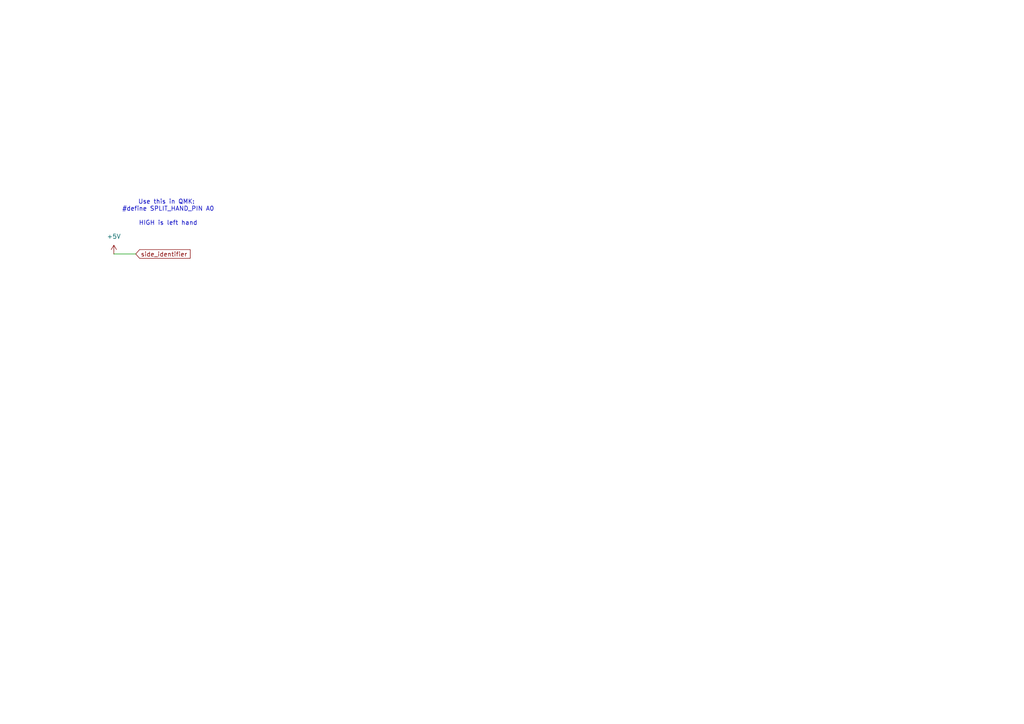
<source format=kicad_sch>
(kicad_sch (version 20250114) (generator "eeschema") (generator_version "9.0")
  (paper "A4")
  (lib_symbols
    (symbol "power:+5V" (power) (pin_numbers (hide yes)) (pin_names (offset 0) (hide yes))
      (property "Value" "+5V" (at 0 3.556 0))
      (symbol "+5V_0_1"
        (polyline (pts (xy -0.762 1.27) (xy 0 2.54)))
        (polyline (pts (xy 0 2.54) (xy 0.762 1.27)))
        (polyline (pts (xy 0 0) (xy 0 2.54)))
      )
      (symbol "+5V_1_1"
        (pin power_in line (at 0 0 90) (length 0) (name "~") (number "1"))
      )
    )
  )
  (text "Use this in QMK: \n#define SPLIT_HAND_PIN A0\n\nHIGH is left hand" (at 48.768 61.722 0) (effects (font (size 1.27 1.27))))
  (wire (pts (xy 33.02 73.66) (xy 39.37 73.66)))
  (global_label "side_identifier" (shape input) (at 39.37 73.66 0) (property "Intersheetrefs" "${INTERSHEET_REFS}" (effects (hide yes))))
  (symbol (lib_id "power:+5V") (at 33.02 73.66 0) (unit 1)
    (property "Reference" "#PWR013" (effects (hide yes)))
    (property "Value" "+5V" (at 33.02 68.58 0))
    (property "Description" "Power symbol creates a global label with name \"+5V\"" (effects (hide yes)))
  )
)
</source>
